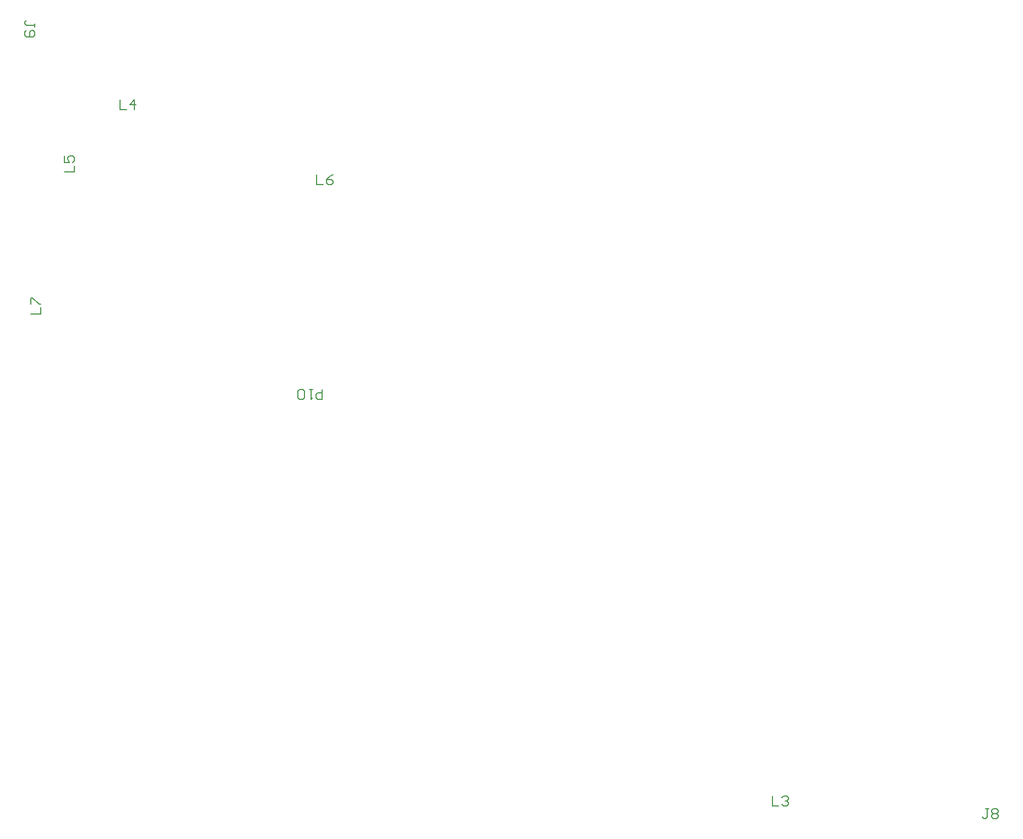
<source format=gbr>
%TF.GenerationSoftware,Altium Limited,Altium Designer,24.10.1 (45)*%
G04 Layer_Color=8388736*
%FSLAX43Y43*%
%MOMM*%
%TF.SameCoordinates,766D9AF5-BA92-4156-BEB6-FD46E2A8267A*%
%TF.FilePolarity,Positive*%
%TF.FileFunction,Other,Top_Designator*%
%TF.Part,Single*%
G01*
G75*
%TA.AperFunction,NonConductor*%
%ADD102C,0.150*%
D102*
X23875Y114100D02*
Y112600D01*
X24875D01*
X26125D02*
Y114100D01*
X25375Y113350D01*
X26375D01*
X15370Y102959D02*
X16870D01*
Y103959D01*
X15370Y105459D02*
Y104459D01*
X16120D01*
X15870Y104959D01*
Y105209D01*
X16120Y105459D01*
X16620D01*
X16870Y105209D01*
Y104709D01*
X16620Y104459D01*
X124175Y7075D02*
Y5575D01*
X125175D01*
X125675Y6825D02*
X125925Y7075D01*
X126425D01*
X126675Y6825D01*
Y6575D01*
X126425Y6325D01*
X126175D01*
X126425D01*
X126675Y6075D01*
Y5825D01*
X126425Y5575D01*
X125925D01*
X125675Y5825D01*
X54996Y69557D02*
Y68057D01*
X54247D01*
X53997Y68307D01*
Y68807D01*
X54247Y69057D01*
X54996D01*
X53497Y69557D02*
X52997D01*
X53247D01*
Y68057D01*
X53497Y68307D01*
X52247D02*
X51997Y68057D01*
X51497D01*
X51248Y68307D01*
Y69307D01*
X51497Y69557D01*
X51997D01*
X52247Y69307D01*
Y68307D01*
X157453Y5112D02*
X156953D01*
X157203D01*
Y3862D01*
X156953Y3612D01*
X156703D01*
X156453Y3862D01*
X157952Y4862D02*
X158202Y5112D01*
X158702D01*
X158952Y4862D01*
Y4612D01*
X158702Y4362D01*
X158952Y4112D01*
Y3862D01*
X158702Y3612D01*
X158202D01*
X157952Y3862D01*
Y4112D01*
X158202Y4362D01*
X157952Y4612D01*
Y4862D01*
X158202Y4362D02*
X158702D01*
X54130Y102539D02*
Y101039D01*
X55130D01*
X56630Y102539D02*
X56130Y102289D01*
X55630Y101789D01*
Y101289D01*
X55880Y101039D01*
X56380D01*
X56630Y101289D01*
Y101539D01*
X56380Y101789D01*
X55630D01*
X10210Y81149D02*
X11710D01*
Y82149D01*
X10210Y82649D02*
Y83649D01*
X10460D01*
X11460Y82649D01*
X11710D01*
X10750Y125250D02*
Y125750D01*
Y125500D01*
X9500D01*
X9250Y125750D01*
Y126000D01*
X9500Y126250D01*
Y124750D02*
X9250Y124500D01*
Y124000D01*
X9500Y123750D01*
X10500D01*
X10750Y124000D01*
Y124500D01*
X10500Y124750D01*
X10250D01*
X10000Y124500D01*
Y123750D01*
%TF.MD5,dade1c677ccbfc9d0f9c73059ceae99f*%
M02*

</source>
